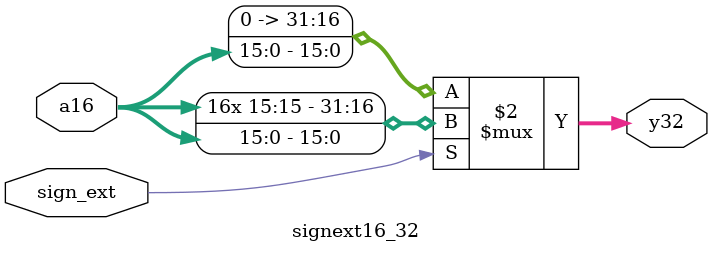
<source format=v>
/******************/
/* signext16_32.v */
/******************/

//            +----+
//  sign_ext->|    |
// a16[15:0]->|    |->y32[31:0]
//            +----+

module signext16_32 (sign_ext, a16, y32);  // Æþ½ÐÎÏ¥Ý¡¼¥È
  input      sign_ext;          // ÆþÎÏ 1-bit
  input   [15:0]  a16;          // ÆþÎÏ 16-bit
  output  [31:0]  y32;          // ½ÐÎÏ 32-bit

  //Body
  //Éä¹æ³ÈÄ¥
  assign y32 = (sign_ext == 1'b1) ?
               {a16[15], a16[15], a16[15], a16[15],
                a16[15], a16[15], a16[15], a16[15],
                a16[15], a16[15], a16[15], a16[15],
                a16[15], a16[15], a16[15], a16[15],
                a16[15:0]}
               : {16'h0000, a16[15:0]};
endmodule

</source>
